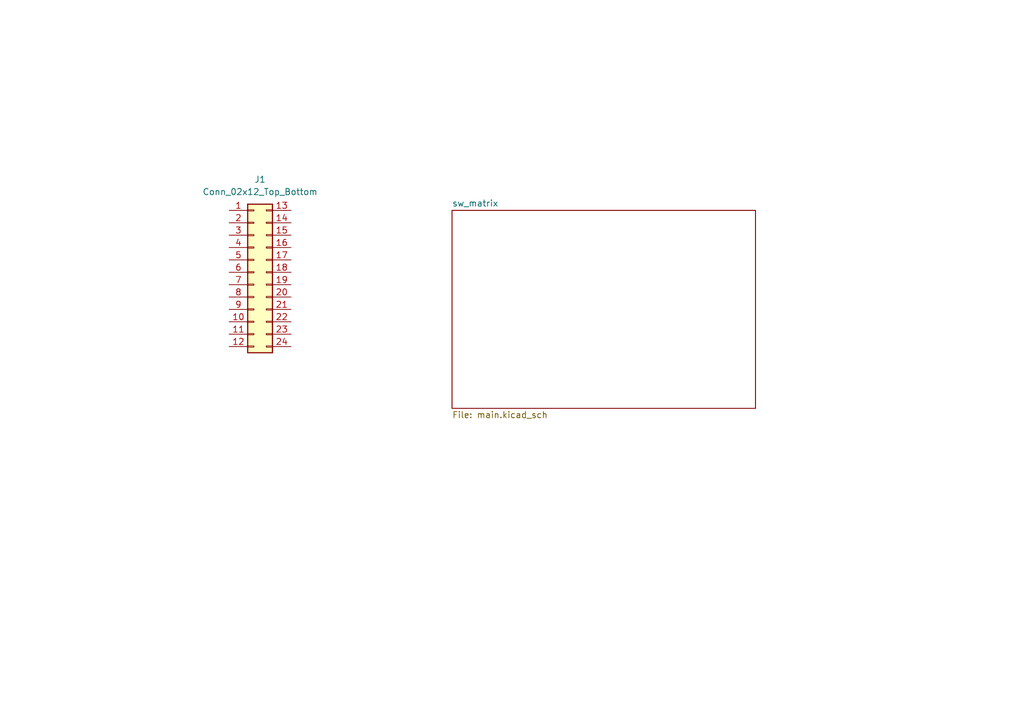
<source format=kicad_sch>
(kicad_sch (version 20211123) (generator eeschema)
  (paper "A5")
  (lib_symbols
    (symbol "Connector_Generic:Conn_02x12_Top_Bottom" (pin_names (offset 1.016) hide)
      (property "Reference" "J" (at 1.27 15.24 0))
      (property "Value" "Conn_02x12_Top_Bottom" (at 1.27 -17.78 0))
      (symbol "Conn_02x12_Top_Bottom_1_1"
        (rectangle (start -1.27 -15.113) (end 0 -15.367) (stroke (width 0.1524)))
        (rectangle (start -1.27 -12.573) (end 0 -12.827) (stroke (width 0.1524)))
        (rectangle (start -1.27 -10.033) (end 0 -10.287) (stroke (width 0.1524)))
        (rectangle (start -1.27 -7.493) (end 0 -7.747) (stroke (width 0.1524)))
        (rectangle (start -1.27 -4.953) (end 0 -5.207) (stroke (width 0.1524)))
        (rectangle (start -1.27 -2.413) (end 0 -2.667) (stroke (width 0.1524)))
        (rectangle (start -1.27 0.127) (end 0 -0.127) (stroke (width 0.1524)))
        (rectangle (start -1.27 2.667) (end 0 2.413) (stroke (width 0.1524)))
        (rectangle (start -1.27 5.207) (end 0 4.953) (stroke (width 0.1524)))
        (rectangle (start -1.27 7.747) (end 0 7.493) (stroke (width 0.1524)))
        (rectangle (start -1.27 10.287) (end 0 10.033) (stroke (width 0.1524)))
        (rectangle (start -1.27 12.827) (end 0 12.573) (stroke (width 0.1524)))
        (rectangle (start -1.27 13.97) (end 3.81 -16.51) (stroke (width 0.254)) (fill (type background)))
        (rectangle (start 3.81 -15.113) (end 2.54 -15.367) (stroke (width 0.1524)))
        (rectangle (start 3.81 -12.573) (end 2.54 -12.827) (stroke (width 0.1524)))
        (rectangle (start 3.81 -10.033) (end 2.54 -10.287) (stroke (width 0.1524)))
        (rectangle (start 3.81 -7.493) (end 2.54 -7.747) (stroke (width 0.1524)))
        (rectangle (start 3.81 -4.953) (end 2.54 -5.207) (stroke (width 0.1524)))
        (rectangle (start 3.81 -2.413) (end 2.54 -2.667) (stroke (width 0.1524)))
        (rectangle (start 3.81 0.127) (end 2.54 -0.127) (stroke (width 0.1524)))
        (rectangle (start 3.81 2.667) (end 2.54 2.413) (stroke (width 0.1524)))
        (rectangle (start 3.81 5.207) (end 2.54 4.953) (stroke (width 0.1524)))
        (rectangle (start 3.81 7.747) (end 2.54 7.493) (stroke (width 0.1524)))
        (rectangle (start 3.81 10.287) (end 2.54 10.033) (stroke (width 0.1524)))
        (rectangle (start 3.81 12.827) (end 2.54 12.573) (stroke (width 0.1524)))
        (pin passive line (at -5.08 12.7 0) (length 3.81) (name "Pin_1") (number "1"))
        (pin passive line (at -5.08 -10.16 0) (length 3.81) (name "Pin_10") (number "10"))
        (pin passive line (at -5.08 -12.7 0) (length 3.81) (name "Pin_11") (number "11"))
        (pin passive line (at -5.08 -15.24 0) (length 3.81) (name "Pin_12") (number "12"))
        (pin passive line (at 7.62 12.7 180) (length 3.81) (name "Pin_13") (number "13"))
        (pin passive line (at 7.62 10.16 180) (length 3.81) (name "Pin_14") (number "14"))
        (pin passive line (at 7.62 7.62 180) (length 3.81) (name "Pin_15") (number "15"))
        (pin passive line (at 7.62 5.08 180) (length 3.81) (name "Pin_16") (number "16"))
        (pin passive line (at 7.62 2.54 180) (length 3.81) (name "Pin_17") (number "17"))
        (pin passive line (at 7.62 0 180) (length 3.81) (name "Pin_18") (number "18"))
        (pin passive line (at 7.62 -2.54 180) (length 3.81) (name "Pin_19") (number "19"))
        (pin passive line (at -5.08 10.16 0) (length 3.81) (name "Pin_2") (number "2"))
        (pin passive line (at 7.62 -5.08 180) (length 3.81) (name "Pin_20") (number "20"))
        (pin passive line (at 7.62 -7.62 180) (length 3.81) (name "Pin_21") (number "21"))
        (pin passive line (at 7.62 -10.16 180) (length 3.81) (name "Pin_22") (number "22"))
        (pin passive line (at 7.62 -12.7 180) (length 3.81) (name "Pin_23") (number "23"))
        (pin passive line (at 7.62 -15.24 180) (length 3.81) (name "Pin_24") (number "24"))
        (pin passive line (at -5.08 7.62 0) (length 3.81) (name "Pin_3") (number "3"))
        (pin passive line (at -5.08 5.08 0) (length 3.81) (name "Pin_4") (number "4"))
        (pin passive line (at -5.08 2.54 0) (length 3.81) (name "Pin_5") (number "5"))
        (pin passive line (at -5.08 0 0) (length 3.81) (name "Pin_6") (number "6"))
        (pin passive line (at -5.08 -2.54 0) (length 3.81) (name "Pin_7") (number "7"))
        (pin passive line (at -5.08 -5.08 0) (length 3.81) (name "Pin_8") (number "8"))
        (pin passive line (at -5.08 -7.62 0) (length 3.81) (name "Pin_9") (number "9"))
      )
    )
  )
  (symbol (lib_id "Connector_Generic:Conn_02x12_Top_Bottom") (at 52.07 55.88 0) (unit 1)
    (property "Reference" "J1" (at 53.34 36.83 0))
    (property "Value" "Conn_02x12_Top_Bottom" (at 53.34 39.37 0))
    (property "Footprint" "marbastlib-various:ProMicro" (effects hide))
  )
  (sheet (at 92.71 43.18) (size 62.23 40.64) (stroke (width 0.1524))
    (property "Sheet name" "sw_matrix" (at 92.71 42.4684 0) (effects (justify left bottom)))
    (property "Sheet file" "main.kicad_sch" (at 92.71 84.4046 0) (effects (justify left top)))
  )
)
</source>
